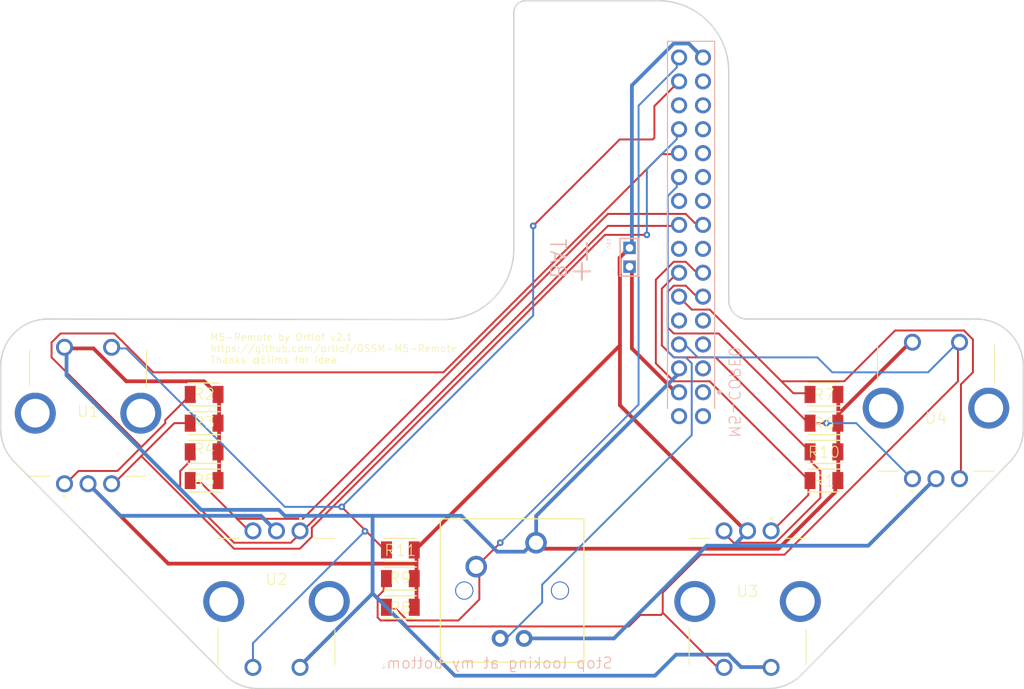
<source format=kicad_pcb>
(kicad_pcb (version 20240108) (generator "pcbnew") (generator_version "8.0")
  (layers (0 "F.Cu" signal) (31 "B.Cu" signal) (34 "B.Paste" user) (35 "F.Paste" user) (36 "B.SilkS" user "B.Silkscreen") (37 "F.SilkS" user "F.Silkscreen") (38 "B.Mask" user) (39 "F.Mask" user) (44 "Edge.Cuts" user))
  (net 0 "")
  (net 1 "N$5")
  (net 2 "N$6")
  (net 3 "N$8")
  (net 4 "N$10")
  (net 5 "N$11")
  (net 6 "N$12")
  (net 7 "N$13")
  (net 8 "N$14")
  (net 9 "+5V")
  (net 10 "N$26")
  (net 11 "N$27")
  (net 12 "N$31")
  (net 13 "NEGATIV")
  (net 14 "BAT+")
  (net 15 "N$3")
  (footprint "" (layer "F.Cu") (at 113.5011 104.9476)
    (property "Reference" "@HOLE2" (hide yes))
    (property "Value" "")
    (pad "" np_thru_hole circle (at 0 0) (size 3.3 3.3) (drill 3.3) (layers "*.Cu" "*.Mask"))
  )
  (footprint "OSSM-M5-Remote_v1:RESC3216X70" (layer "F.Cu") (at 115.8211 116.3896)
    (property "Reference" "R4" (at 0 0.401 0) (layer "F.SilkS") (effects (font (size 1.176528 1.176528) (thickness 0.093472)) (justify bottom)))
    (property "Value" "")
    (fp_line (start 1.7 -1.2217) (end -1.7 -1.2217) (stroke (width 0.127)) (layer "F.SilkS"))
    (fp_line (start 1.7 1.2217) (end -1.7 1.2217) (stroke (width 0.127)) (layer "F.SilkS"))
    (pad "1" smd rect (at -1.4754 0) (size 1.1646 1.8153) (layers "F.Cu" "F.Paste" "F.Mask") (net 3 "N$8"))
    (pad "2" smd rect (at 1.4754 0) (size 1.1646 1.8153) (layers "F.Cu" "F.Paste" "F.Mask") (net 9 "+5V"))
  )
  (footprint "OSSM-M5-Remote_v1:PEC12R4017FN0024" (layer "F.Cu") (at 101.0013 119.7812)
    (property "Reference" "U1" (at 2.499996 -7.694996 0) (layer "F.SilkS") (effects (font (size 1.176528 1.176528) (thickness 0.093472))))
    (property "Value" "PEC12R")
    (fp_line (start -3.7 -10.5) (end -3.7 -14.2) (stroke (width 0.1)) (layer "F.SilkS"))
    (fp_line (start -1.5 -0.8) (end -3.7 -0.8) (stroke (width 0.1)) (layer "F.SilkS"))
    (fp_line (start 8.7 -10.25) (end 8.7 -14.2) (stroke (width 0.1)) (layer "F.SilkS"))
    (fp_line (start 8.7 -0.8) (end 6.5 -0.8) (stroke (width 0.1)) (layer "F.SilkS"))
    (fp_arc (start -0.1 1.3) (mid -0.05 1.25) (end 0 1.3) (stroke (width 0.2)) (layer "F.SilkS"))
    (fp_arc (start 0 1.3) (mid -0.05 1.35) (end -0.1 1.3) (stroke (width 0.2)) (layer "F.SilkS"))
    (fp_arc (start 0 1.3) (mid -0.05 1.35) (end -0.1 1.3) (stroke (width 0.2)) (layer "F.SilkS"))
    (pad "A1" thru_hole circle (at 0 0) (size 1.8 1.8) (drill 1.2) (layers "*.Cu" "*.Mask") (net 1 "N$5"))
    (pad "B1" thru_hole circle (at 5 0) (size 1.8 1.8) (drill 1.2) (layers "*.Cu" "*.Mask") (net 2 "N$6"))
    (pad "C1" thru_hole circle (at 2.5 0) (size 1.8 1.8) (drill 1.2) (layers "*.Cu" "*.Mask") (net 13 "NEGATIV"))
    (pad "MH1" thru_hole circle (at -3.1 -7.5) (size 4.35 4.35) (drill 3.048) (layers "*.Cu" "*.Mask"))
    (pad "MH2" thru_hole circle (at 8.1 -7.5) (size 4.35 4.35) (drill 3.048) (layers "*.Cu" "*.Mask"))
    (pad "P$1" thru_hole circle (at 0 -14.5) (size 1.8 1.8) (drill 1.2) (layers "*.Cu" "*.Mask") (net 9 "+5V"))
    (pad "P$2" thru_hole circle (at 5 -14.5) (size 1.8 1.8) (drill 1.2) (layers "*.Cu" "*.Mask") (net 10 "N$26"))
  )
  (footprint "OSSM-M5-Remote_v1:RESC3216X70" (layer "F.Cu") (at 115.8211 110.2936)
    (property "Reference" "R2" (at 0 0.655 0) (layer "F.SilkS") (effects (font (size 1.176528 1.176528) (thickness 0.093472)) (justify bottom)))
    (property "Value" "")
    (fp_line (start 1.7 -1.2217) (end -1.7 -1.2217) (stroke (width 0.127)) (layer "F.SilkS"))
    (fp_line (start 1.7 1.2217) (end -1.7 1.2217) (stroke (width 0.127)) (layer "F.SilkS"))
    (pad "1" smd rect (at -1.4754 0) (size 1.1646 1.8153) (layers "F.Cu" "F.Paste" "F.Mask") (net 1 "N$5"))
    (pad "2" smd rect (at 1.4754 0) (size 1.1646 1.8153) (layers "F.Cu" "F.Paste" "F.Mask") (net 9 "+5V"))
  )
  (footprint "OSSM-M5-Remote_v1:RESC3216X70" (layer "F.Cu") (at 136.6491 129.8516)
    (property "Reference" "R9" (at 0 0.636 0) (layer "F.SilkS") (effects (font (size 1.176528 1.176528) (thickness 0.093472)) (justify bottom)))
    (property "Value" "")
    (fp_line (start 1.7 -1.2217) (end -1.7 -1.2217) (stroke (width 0.127)) (layer "F.SilkS"))
    (fp_line (start 1.7 1.2217) (end -1.7 1.2217) (stroke (width 0.127)) (layer "F.SilkS"))
    (pad "1" smd rect (at -1.4754 0) (size 1.1646 1.8153) (layers "F.Cu" "F.Paste" "F.Mask") (net 11 "N$27"))
    (pad "2" smd rect (at 1.4754 0) (size 1.1646 1.8153) (layers "F.Cu" "F.Paste" "F.Mask") (net 13 "NEGATIV"))
  )
  (footprint "OSSM-M5-Remote_v1:RESC3216X70" (layer "F.Cu") (at 115.8211 113.3416)
    (property "Reference" "R3" (at 0 0.655 0) (layer "F.SilkS") (effects (font (size 1.176528 1.176528) (thickness 0.093472)) (justify bottom)))
    (property "Value" "")
    (fp_line (start 1.7 -1.2217) (end -1.7 -1.2217) (stroke (width 0.127)) (layer "F.SilkS"))
    (fp_line (start 1.7 1.2217) (end -1.7 1.2217) (stroke (width 0.127)) (layer "F.SilkS"))
    (pad "1" smd rect (at -1.4754 0) (size 1.1646 1.8153) (layers "F.Cu" "F.Paste" "F.Mask") (net 2 "N$6"))
    (pad "2" smd rect (at 1.4754 0) (size 1.1646 1.8153) (layers "F.Cu" "F.Paste" "F.Mask") (net 9 "+5V"))
  )
  (footprint "OSSM-M5-Remote_v1:RESC3216X70" (layer "F.Cu") (at 181.6071 113.3416 180)
    (property "Reference" "R6" (at 0 0.655 0) (layer "F.SilkS") (effects (font (size 1.176528 1.176528) (thickness 0.093472)) (justify top)))
    (property "Value" "")
    (fp_line (start 1.7 1.2217) (end -1.7 1.2217) (stroke (width 0.127)) (layer "F.SilkS"))
    (fp_line (start 1.7 -1.2217) (end -1.7 -1.2217) (stroke (width 0.127)) (layer "F.SilkS"))
    (pad "1" smd rect (at -1.4754 0 180) (size 1.1646 1.8153) (layers "F.Cu" "F.Paste" "F.Mask") (net 9 "+5V"))
    (pad "2" smd rect (at 1.4754 0 180) (size 1.1646 1.8153) (layers "F.Cu" "F.Paste" "F.Mask") (net 5 "N$11"))
  )
  (footprint "OSSM-M5-Remote_v1:RESC3216X70" (layer "F.Cu") (at 115.8211 119.4376)
    (property "Reference" "R5" (at 0 0.655 0) (layer "F.SilkS") (effects (font (size 1.176528 1.176528) (thickness 0.093472)) (justify bottom)))
    (property "Value" "")
    (fp_line (start 1.7 -1.2217) (end -1.7 -1.2217) (stroke (width 0.127)) (layer "F.SilkS"))
    (fp_line (start 1.7 1.2217) (end -1.7 1.2217) (stroke (width 0.127)) (layer "F.SilkS"))
    (pad "1" smd rect (at -1.4754 0) (size 1.1646 1.8153) (layers "F.Cu" "F.Paste" "F.Mask") (net 4 "N$10"))
    (pad "2" smd rect (at 1.4754 0) (size 1.1646 1.8153) (layers "F.Cu" "F.Paste" "F.Mask") (net 9 "+5V"))
  )
  (footprint "OSSM-M5-Remote_v1:CHERRY-MX-LED" (layer "F.Cu") (at 148.5111 131.1216)
    (property "Reference" "U$4" (hide yes))
    (property "Value" "CHERRY-MX-LED" (hide yes))
    (fp_line (start -7.62 -7.62) (end 7.62 -7.62) (stroke (width 0.127)) (layer "F.SilkS"))
    (fp_line (start -7.62 7.62) (end -7.62 -7.62) (stroke (width 0.127)) (layer "F.SilkS"))
    (fp_line (start 7.62 -7.62) (end 7.62 7.62) (stroke (width 0.127)) (layer "F.SilkS"))
    (fp_line (start 7.62 7.62) (end -7.62 7.62) (stroke (width 0.127)) (layer "F.SilkS"))
    (pad "" np_thru_hole circle (at 0 0) (size 4.064 4.064) (drill 4.064) (layers "*.Cu" "*.Mask"))
    (pad "LED+" thru_hole circle (at -1.27 5.08) (size 1.778 1.778) (drill 1.016) (layers "*.Cu" "*.Mask") (net 15 "N$3"))
    (pad "LED-" thru_hole circle (at 1.27 5.08) (size 1.778 1.778) (drill 1.016) (layers "*.Cu" "*.Mask") (net 13 "NEGATIV"))
    (pad "P$3" thru_hole circle (at -5.08 0) (size 1.9304 1.9304) (drill 1.7144) (layers "*.Cu" "*.Mask"))
    (pad "P$4" thru_hole circle (at 5.08 0) (size 1.9304 1.9304) (drill 1.7144) (layers "*.Cu" "*.Mask"))
    (pad "SW1" thru_hole circle (at -3.81 -2.54) (size 2.286 2.286) (drill 1.524) (layers "*.Cu" "*.Mask") (net 12 "N$31"))
    (pad "SW2" thru_hole circle (at 2.54 -5.08) (size 2.286 2.286) (drill 1.524) (layers "*.Cu" "*.Mask") (net 9 "+5V"))
  )
  (footprint "OSSM-M5-Remote_v1:RESC3216X70" (layer "F.Cu") (at 136.6491 126.8036 180)
    (property "Reference" "R11" (at 0 0.636 0) (layer "F.SilkS") (effects (font (size 1.176528 1.176528) (thickness 0.093472)) (justify top)))
    (property "Value" "10k")
    (fp_line (start 1.7 1.2217) (end -1.7 1.2217) (stroke (width 0.127)) (layer "F.SilkS"))
    (fp_line (start 1.7 -1.2217) (end -1.7 -1.2217) (stroke (width 0.127)) (layer "F.SilkS"))
    (pad "1" smd rect (at -1.4754 0 180) (size 1.1646 1.8153) (layers "F.Cu" "F.Paste" "F.Mask") (net 13 "NEGATIV"))
    (pad "2" smd rect (at 1.4754 0 180) (size 1.1646 1.8153) (layers "F.Cu" "F.Paste" "F.Mask") (net 10 "N$26"))
  )
  (footprint "" (layer "F.Cu") (at 183.5011 104.9476)
    (property "Reference" "@HOLE3" (hide yes))
    (property "Value" "")
    (pad "" np_thru_hole circle (at 0 0) (size 3.3 3.3) (drill 3.3) (layers "*.Cu" "*.Mask"))
  )
  (footprint "OSSM-M5-Remote_v1:PEC12R4017FN0024" (layer "F.Cu") (at 191.0009 119.2446)
    (property "Reference" "U4" (at 2.5 -6.425 0) (layer "F.SilkS") (effects (font (size 1.176528 1.176528) (thickness 0.093472))))
    (property "Value" "PEC12R")
    (fp_line (start -3.7 -10.5) (end -3.7 -14.2) (stroke (width 0.1)) (layer "F.SilkS"))
    (fp_line (start -1.5 -0.8) (end -3.7 -0.8) (stroke (width 0.1)) (layer "F.SilkS"))
    (fp_line (start 8.7 -10.25) (end 8.7 -14.2) (stroke (width 0.1)) (layer "F.SilkS"))
    (fp_line (start 8.7 -0.8) (end 6.5 -0.8) (stroke (width 0.1)) (layer "F.SilkS"))
    (fp_arc (start -0.1 1.3) (mid -0.05 1.25) (end 0 1.3) (stroke (width 0.2)) (layer "F.SilkS"))
    (fp_arc (start 0 1.3) (mid -0.05 1.35) (end -0.1 1.3) (stroke (width 0.2)) (layer "F.SilkS"))
    (fp_arc (start 0 1.3) (mid -0.05 1.35) (end -0.1 1.3) (stroke (width 0.2)) (layer "F.SilkS"))
    (pad "A1" thru_hole circle (at 0 0) (size 1.8 1.8) (drill 1.2) (layers "*.Cu" "*.Mask") (net 5 "N$11"))
    (pad "B1" thru_hole circle (at 5 0) (size 1.8 1.8) (drill 1.2) (layers "*.Cu" "*.Mask") (net 6 "N$12"))
    (pad "C1" thru_hole circle (at 2.5 0) (size 1.8 1.8) (drill 1.2) (layers "*.Cu" "*.Mask") (net 13 "NEGATIV"))
    (pad "MH1" thru_hole circle (at -3.1 -7.5) (size 4.35 4.35) (drill 3.048) (layers "*.Cu" "*.Mask"))
    (pad "MH2" thru_hole circle (at 8.1 -7.5) (size 4.35 4.35) (drill 3.048) (layers "*.Cu" "*.Mask"))
    (pad "P$1" thru_hole circle (at 0 -14.5) (size 1.8 1.8) (drill 1.2) (layers "*.Cu" "*.Mask") (net 9 "+5V"))
    (pad "P$2" thru_hole circle (at 5 -14.5) (size 1.8 1.8) (drill 1.2) (layers "*.Cu" "*.Mask") (net 11 "N$27"))
  )
  (footprint "OSSM-M5-Remote_v1:PEC12R4017FN0024" (layer "F.Cu") (at 176.0009 124.7816 180)
    (property "Reference" "U3" (at 2.5 -6.425 0) (layer "F.SilkS") (effects (font (size 1.176528 1.176528) (thickness 0.093472))))
    (property "Value" "PEC12R")
    (fp_line (start 8.7 -0.8) (end 6.5 -0.8) (stroke (width 0.1)) (layer "F.SilkS"))
    (fp_line (start 8.7 -10.25) (end 8.7 -14.2) (stroke (width 0.1)) (layer "F.SilkS"))
    (fp_line (start -1.5 -0.8) (end -3.7 -0.8) (stroke (width 0.1)) (layer "F.SilkS"))
    (fp_line (start -3.7 -10.5) (end -3.7 -14.2) (stroke (width 0.1)) (layer "F.SilkS"))
    (fp_arc (start 0 1.3) (mid -0.05 1.35) (end -0.1 1.3) (stroke (width 0.2)) (layer "F.SilkS"))
    (fp_arc (start 0 1.3) (mid -0.05 1.35) (end -0.1 1.3) (stroke (width 0.2)) (layer "F.SilkS"))
    (fp_arc (start -0.1 1.3) (mid -0.05 1.25) (end 0 1.3) (stroke (width 0.2)) (layer "F.SilkS"))
    (pad "A1" thru_hole circle (at 0 0 180) (size 1.8 1.8) (drill 1.2) (layers "*.Cu" "*.Mask") (net 7 "N$13"))
    (pad "B1" thru_hole circle (at 5 0 180) (size 1.8 1.8) (drill 1.2) (layers "*.Cu" "*.Mask") (net 8 "N$14"))
    (pad "C1" thru_hole circle (at 2.5 0 180) (size 1.8 1.8) (drill 1.2) (layers "*.Cu" "*.Mask") (net 13 "NEGATIV"))
    (pad "MH1" thru_hole circle (at -3.1 -7.5 180) (size 4.35 4.35) (drill 3.048) (layers "*.Cu" "*.Mask"))
    (pad "MH2" thru_hole circle (at 8.1 -7.5 180) (size 4.35 4.35) (drill 3.048) (layers "*.Cu" "*.Mask"))
    (pad "P$1" thru_hole circle (at 0 -14.5 180) (size 1.8 1.8) (drill 1.2) (layers "*.Cu" "*.Mask") (net 9 "+5V"))
    (pad "P$2" thru_hole circle (at 5 -14.5 180) (size 1.8 1.8) (drill 1.2) (layers "*.Cu" "*.Mask") (net 11 "N$27"))
  )
  (footprint "OSSM-M5-Remote_v1:RESC3216X70" (layer "F.Cu") (at 136.6491 132.8996)
    (property "Reference" "R8" (at 0 -0.634 0) (layer "F.SilkS") (effects (font (size 1.176528 1.176528) (thickness 0.093472)) (justify top)))
    (property "Value" "")
    (fp_line (start 1.7 -1.2217) (end -1.7 -1.2217) (stroke (width 0.127)) (layer "F.SilkS"))
    (fp_line (start 1.7 1.2217) (end -1.7 1.2217) (stroke (width 0.127)) (layer "F.SilkS"))
    (pad "1" smd rect (at -1.4754 0) (size 1.1646 1.8153) (layers "F.Cu" "F.Paste" "F.Mask") (net 12 "N$31"))
    (pad "2" smd rect (at 1.4754 0) (size 1.1646 1.8153) (layers "F.Cu" "F.Paste" "F.Mask") (net 13 "NEGATIV"))
  )
  (footprint "OSSM-M5-Remote_v1:RESC3216X70" (layer "F.Cu") (at 181.6071 116.3896 180)
    (property "Reference" "R10" (at 0 0.655 0) (layer "F.SilkS") (effects (font (size 1.176528 1.176528) (thickness 0.093472)) (justify top)))
    (property "Value" "")
    (fp_line (start 1.7 1.2217) (end -1.7 1.2217) (stroke (width 0.127)) (layer "F.SilkS"))
    (fp_line (start 1.7 -1.2217) (end -1.7 -1.2217) (stroke (width 0.127)) (layer "F.SilkS"))
    (pad "1" smd rect (at -1.4754 0 180) (size 1.1646 1.8153) (layers "F.Cu" "F.Paste" "F.Mask") (net 9 "+5V"))
    (pad "2" smd rect (at 1.4754 0 180) (size 1.1646 1.8153) (layers "F.Cu" "F.Paste" "F.Mask") (net 8 "N$14"))
  )
  (footprint "OSSM-M5-Remote_v1:PEC12R4017FN0024" (layer "F.Cu") (at 126.0011 124.7814 180)
    (property "Reference" "U2" (at 2.5 -5.155 0) (layer "F.SilkS") (effects (font (size 1.176528 1.176528) (thickness 0.093472))))
    (property "Value" "PEC12R")
    (fp_line (start 8.7 -0.8) (end 6.5 -0.8) (stroke (width 0.1)) (layer "F.SilkS"))
    (fp_line (start 8.7 -10.25) (end 8.7 -14.2) (stroke (width 0.1)) (layer "F.SilkS"))
    (fp_line (start -1.5 -0.8) (end -3.7 -0.8) (stroke (width 0.1)) (layer "F.SilkS"))
    (fp_line (start -3.7 -10.5) (end -3.7 -14.2) (stroke (width 0.1)) (layer "F.SilkS"))
    (fp_arc (start 0 1.3) (mid -0.05 1.35) (end -0.1 1.3) (stroke (width 0.2)) (layer "F.SilkS"))
    (fp_arc (start 0 1.3) (mid -0.05 1.35) (end -0.1 1.3) (stroke (width 0.2)) (layer "F.SilkS"))
    (fp_arc (start -0.1 1.3) (mid -0.05 1.25) (end 0 1.3) (stroke (width 0.2)) (layer "F.SilkS"))
    (pad "A1" thru_hole circle (at 0 0 180) (size 1.8 1.8) (drill 1.2) (layers "*.Cu" "*.Mask") (net 3 "N$8"))
    (pad "B1" thru_hole circle (at 5 0 180) (size 1.8 1.8) (drill 1.2) (layers "*.Cu" "*.Mask") (net 4 "N$10"))
    (pad "C1" thru_hole circle (at 2.5 0 180) (size 1.8 1.8) (drill 1.2) (layers "*.Cu" "*.Mask") (net 13 "NEGATIV"))
    (pad "MH1" thru_hole circle (at -3.1 -7.5 180) (size 4.35 4.35) (drill 3.048) (layers "*.Cu" "*.Mask"))
    (pad "MH2" thru_hole circle (at 8.1 -7.5 180) (size 4.35 4.35) (drill 3.048) (layers "*.Cu" "*.Mask"))
    (pad "P$1" thru_hole circle (at 0 -14.5 180) (size 1.8 1.8) (drill 1.2) (layers "*.Cu" "*.Mask") (net 9 "+5V"))
    (pad "P$2" thru_hole circle (at 5 -14.5 180) (size 1.8 1.8) (drill 1.2) (layers "*.Cu" "*.Mask") (net 10 "N$26"))
  )
  (footprint "" (layer "F.Cu") (at 162.5011 137.2816)
    (property "Reference" "@HOLE1" (hide yes))
    (property "Value" "")
    (pad "" np_thru_hole circle (at 0 0) (size 3.3 3.3) (drill 3.3) (layers "*.Cu" "*.Mask"))
  )
  (footprint "" (layer "F.Cu") (at 134.5011 137.2816)
    (property "Reference" "@HOLE0" (hide yes))
    (property "Value" "")
    (pad "" np_thru_hole circle (at 0 0) (size 3.3 3.3) (drill 3.3) (layers "*.Cu" "*.Mask"))
  )
  (footprint "OSSM-M5-Remote_v1:RESC3216X70" (layer "F.Cu") (at 181.6071 119.4376 180)
    (property "Reference" "R1" (at 0 0.655 0) (layer "F.SilkS") (effects (font (size 1.176528 1.176528) (thickness 0.093472)) (justify top)))
    (property "Value" "")
    (fp_line (start 1.7 1.2217) (end -1.7 1.2217) (stroke (width 0.127)) (layer "F.SilkS"))
    (fp_line (start 1.7 -1.2217) (end -1.7 -1.2217) (stroke (width 0.127)) (layer "F.SilkS"))
    (pad "1" smd rect (at -1.4754 0 180) (size 1.1646 1.8153) (layers "F.Cu" "F.Paste" "F.Mask") (net 9 "+5V"))
    (pad "2" smd rect (at 1.4754 0 180) (size 1.1646 1.8153) (layers "F.Cu" "F.Paste" "F.Mask") (net 7 "N$13"))
  )
  (footprint "OSSM-M5-Remote_v1:RESC3216X70" (layer "F.Cu") (at 181.6071 110.2936 180)
    (property "Reference" "R7" (at 0 0.655 0) (layer "F.SilkS") (effects (font (size 1.176528 1.176528) (thickness 0.093472)) (justify top)))
    (property "Value" "")
    (fp_line (start 1.7 1.2217) (end -1.7 1.2217) (stroke (width 0.127)) (layer "F.SilkS"))
    (fp_line (start 1.7 -1.2217) (end -1.7 -1.2217) (stroke (width 0.127)) (layer "F.SilkS"))
    (pad "1" smd rect (at -1.4754 0 180) (size 1.1646 1.8153) (layers "F.Cu" "F.Paste" "F.Mask") (net 9 "+5V"))
    (pad "2" smd rect (at 1.4754 0 180) (size 1.1646 1.8153) (layers "F.Cu" "F.Paste" "F.Mask") (net 6 "N$12"))
  )
  (footprint "OSSM-M5-Remote_v1:M5_CORE2" (layer "B.Cu") (at 168.7711 110.0616 90)
    (property "Reference" "M5-CORE0" (at 0 2.619 -90) (layer "B.SilkS") (effects (font (size 1.176528 1.176528) (thickness 0.093472)) (justify bottom mirror)))
    (property "Value" "M5_CORE2")
    (fp_line (start 37.28 -3.77) (end 37.28 1.23) (stroke (width 0.12)) (layer "B.SilkS"))
    (fp_line (start -1.72 -3.77) (end 37.28 -3.77) (stroke (width 0.12)) (layer "B.SilkS"))
    (fp_line (start 37.28 1.23) (end -1.72 1.23) (stroke (width 0.12)) (layer "B.SilkS"))
    (fp_circle (center 0 1.734) (end 0.125 1.734) (stroke (width 0.25)) (fill solid) (layer "B.SilkS"))
    (pad "0" thru_hole circle (at -2.54 0 90) (size 1.7051 1.7051) (drill 1.1051) (layers "*.Cu" "*.Mask"))
    (pad "1" thru_hole circle (at 0 0 90) (size 1.7051 1.7051) (drill 1.1051) (layers "*.Cu" "*.Mask"))
    (pad "2" thru_hole circle (at 2.54 0 90) (size 1.7051 1.7051) (drill 1.1051) (layers "*.Cu" "*.Mask"))
    (pad "3" thru_hole circle (at 5.08 0 90) (size 1.7051 1.7051) (drill 1.1051) (layers "*.Cu" "*.Mask"))
    (pad "4" thru_hole circle (at 7.62 0 90) (size 1.7051 1.7051) (drill 1.1051) (layers "*.Cu" "*.Mask"))
    (pad "5" thru_hole circle (at 10.16 0 90) (size 1.7051 1.7051) (drill 1.1051) (layers "*.Cu" "*.Mask") (net 5 "N$11"))
    (pad "6" thru_hole circle (at 12.7 0 90) (size 1.7051 1.7051) (drill 1.1051) (layers "*.Cu" "*.Mask") (net 7 "N$13"))
    (pad "7" thru_hole circle (at 15.24 0 90) (size 1.7051 1.7051) (drill 1.1051) (layers "*.Cu" "*.Mask"))
    (pad "8" thru_hole circle (at 17.78 0 90) (size 1.7051 1.7051) (drill 1.1051) (layers "*.Cu" "*.Mask") (net 4 "N$10"))
    (pad "9" thru_hole circle (at 20.32 0 90) (size 1.7051 1.7051) (drill 1.1051) (layers "*.Cu" "*.Mask"))
    (pad "10" thru_hole circle (at 22.86 0 90) (size 1.7051 1.7051) (drill 1.1051) (layers "*.Cu" "*.Mask"))
    (pad "11" thru_hole circle (at 25.4 0 90) (size 1.7051 1.7051) (drill 1.1051) (layers "*.Cu" "*.Mask"))
    (pad "12" thru_hole circle (at 27.94 0 90) (size 1.7051 1.7051) (drill 1.1051) (layers "*.Cu" "*.Mask"))
    (pad "13" thru_hole circle (at 30.48 0 90) (size 1.7051 1.7051) (drill 1.1051) (layers "*.Cu" "*.Mask"))
    (pad "14" thru_hole circle (at 33.02 0 90) (size 1.7051 1.7051) (drill 1.1051) (layers "*.Cu" "*.Mask"))
    (pad "15" thru_hole circle (at 35.56 0 90) (size 1.7051 1.7051) (drill 1.1051) (layers "*.Cu" "*.Mask") (net 13 "NEGATIV"))
    (pad "16" thru_hole circle (at 35.56 -2.54 90) (size 1.7051 1.7051) (drill 1.1051) (layers "*.Cu" "*.Mask") (net 12 "N$31"))
    (pad "17" thru_hole circle (at 33.02 -2.54 90) (size 1.7051 1.7051) (drill 1.1051) (layers "*.Cu" "*.Mask") (net 10 "N$26"))
    (pad "18" thru_hole circle (at 30.48 -2.54 90) (size 1.7051 1.7051) (drill 1.1051) (layers "*.Cu" "*.Mask"))
    (pad "19" thru_hole circle (at 27.94 -2.54 90) (size 1.7051 1.7051) (drill 1.1051) (layers "*.Cu" "*.Mask") (net 2 "N$6"))
    (pad "20" thru_hole circle (at 25.4 -2.54 90) (size 1.7051 1.7051) (drill 1.1051) (layers "*.Cu" "*.Mask") (net 1 "N$5"))
    (pad "21" thru_hole circle (at 22.86 -2.54 90) (size 1.7051 1.7051) (drill 1.1051) (layers "*.Cu" "*.Mask") (net 15 "N$3"))
    (pad "22" thru_hole circle (at 20.32 -2.54 90) (size 1.7051 1.7051) (drill 1.1051) (layers "*.Cu" "*.Mask"))
    (pad "23" thru_hole circle (at 17.78 -2.54 90) (size 1.7051 1.7051) (drill 1.1051) (layers "*.Cu" "*.Mask") (net 3 "N$8"))
    (pad "24" thru_hole circle (at 15.24 -2.54 90) (size 1.7051 1.7051) (drill 1.1051) (layers "*.Cu" "*.Mask"))
    (pad "25" thru_hole circle (at 12.7 -2.54 90) (size 1.7051 1.7051) (drill 1.1051) (layers "*.Cu" "*.Mask") (net 8 "N$14"))
    (pad "26" thru_hole circle (at 10.16 -2.54 90) (size 1.7051 1.7051) (drill 1.1051) (layers "*.Cu" "*.Mask") (net 6 "N$12"))
    (pad "27" thru_hole circle (at 7.62 -2.54 90) (size 1.7051 1.7051) (drill 1.1051) (layers "*.Cu" "*.Mask"))
    (pad "28" thru_hole circle (at 5.08 -2.54 90) (size 1.7051 1.7051) (drill 1.1051) (layers "*.Cu" "*.Mask") (net 11 "N$27"))
    (pad "29" thru_hole circle (at 2.54 -2.54 90) (size 1.7051 1.7051) (drill 1.1051) (layers "*.Cu" "*.Mask") (net 9 "+5V"))
    (pad "30" thru_hole circle (at 0 -2.54 90) (size 1.7051 1.7051) (drill 1.1051) (layers "*.Cu" "*.Mask") (net 14 "BAT+"))
    (pad "31" thru_hole circle (at -2.54 -2.54 90) (size 1.7051 1.7051) (drill 1.1051) (layers "*.Cu" "*.Mask"))
  )
  (footprint "OSSM-M5-Remote_v1:JST-PH-2.0MM_180DEGREES" (layer "B.Cu") (at 160.9733 94.7238 -90)
    (property "Reference" "U$3" (at -1 2 -90) (layer "B.SilkS") (effects (font (size 0.376489 0.376489) (thickness 0.029911)) (justify right top mirror)))
    (property "Value" "JST-PH-2MM,180" (hide yes))
    (fp_line (start -1 1) (end -1 -1) (stroke (width 0.1524)) (layer "B.SilkS"))
    (fp_line (start 3 1) (end -1 1) (stroke (width 0.1524)) (layer "B.SilkS"))
    (fp_line (start -1 -1) (end 3 -1) (stroke (width 0.1524)) (layer "B.SilkS"))
    (fp_line (start 3 -1) (end 3 1) (stroke (width 0.1524)) (layer "B.SilkS"))
    (pad "P$1" thru_hole rect (at 0 0 270) (size 1.308 1.308) (drill 0.8) (layers "*.Cu" "*.Mask") (net 13 "NEGATIV"))
    (pad "P$2" thru_hole rect (at 2 0 270) (size 1.308 1.308) (drill 0.8) (layers "*.Cu" "*.Mask") (net 14 "BAT+"))
  )
  (gr_arc (start 197.7711 102.2816) (mid 201.306634 103.746066) (end 202.7711 107.2816) (stroke (width 0.1524)) (layer "Edge.Cuts"))
  (gr_line (start 121.572168 141.5356) (end 175.684031 141.5356) (stroke (width 0.1524)) (layer "Edge.Cuts"))
  (gr_arc (start 94.2311 107.2816) (mid 95.695566 103.746066) (end 99.2311 102.2816) (stroke (width 0.1524)) (layer "Edge.Cuts"))
  (gr_line (start 94.2311 107.2816) (end 94.2311 113.940532) (stroke (width 0.1524)) (layer "Edge.Cuts"))
  (gr_arc (start 148.6911 69.7416) (mid 149.063074 68.843574) (end 149.9611 68.4716) (stroke (width 0.1524)) (layer "Edge.Cuts"))
  (gr_arc (start 95.695568 117.476068) (mid 94.611703 115.85395) (end 94.2311 113.940532) (stroke (width 0.1524)) (layer "Edge.Cuts"))
  (gr_line (start 171.5011 100.2816) (end 171.5011 75.9716) (stroke (width 0.1524)) (layer "Edge.Cuts"))
  (gr_arc (start 179.219567 140.071132) (mid 177.597449 141.154997) (end 175.684031 141.5356) (stroke (width 0.1524)) (layer "Edge.Cuts"))
  (gr_line (start 148.6911 69.7416) (end 148.6911 94.838379) (stroke (width 0.1524)) (layer "Edge.Cuts"))
  (gr_arc (start 121.572168 141.5356) (mid 119.658749 141.154997) (end 118.036631 140.071132) (stroke (width 0.1524)) (layer "Edge.Cuts"))
  (gr_arc (start 202.7711 113.940532) (mid 202.390496 115.853951) (end 201.306631 117.476069) (stroke (width 0.1524)) (layer "Edge.Cuts"))
  (gr_arc (start 164.0011 68.4716) (mid 169.304401 70.668299) (end 171.5011 75.9716) (stroke (width 0.1524)) (layer "Edge.Cuts"))
  (gr_line (start 164.0011 68.4716) (end 149.9611 68.4716) (stroke (width 0.1524)) (layer "Edge.Cuts"))
  (gr_arc (start 173.5011 102.2816) (mid 172.086886 101.695814) (end 171.5011 100.2816) (stroke (width 0.1524)) (layer "Edge.Cuts"))
  (gr_line (start 95.695568 117.476069) (end 118.036631 140.071132) (stroke (width 0.1524)) (layer "Edge.Cuts"))
  (gr_line (start 141.18095 102.338372) (end 99.2311 102.2816) (stroke (width 0.1524)) (layer "Edge.Cuts"))
  (gr_arc (start 148.6911 94.838379) (mid 146.490811 100.145267) (end 141.18095 102.338372) (stroke (width 0.1524)) (layer "Edge.Cuts"))
  (gr_line (start 202.7711 113.940532) (end 202.7711 107.2816) (stroke (width 0.1524)) (layer "Edge.Cuts"))
  (gr_line (start 179.219568 140.071132) (end 201.306631 117.476069) (stroke (width 0.1524)) (layer "Edge.Cuts"))
  (gr_line (start 197.7711 102.2816) (end 173.5011 102.2816) (stroke (width 0.1524)) (layer "Edge.Cuts"))
  (gr_text "" (at 154.6831 84.6396 0) (layer "F.Cu") (effects (font (size 1.63576 1.63576) (thickness 0.14224)) (justify left bottom)))
  (gr_text "-" (at 157.999437 93.5296 -90) (layer "B.SilkS") (effects (font (size 2.3368 2.3368) (thickness 0.2032)) (justify right top mirror)))
  (gr_text "BAT" (at 152.3971 98.1016 -90) (layer "B.SilkS") (effects (font (size 1.63576 1.63576) (thickness 0.14224)) (justify left bottom mirror)))
  (gr_text "+" (at 157.491437 98.409782 0) (layer "B.SilkS") (effects (font (size 2.3368 2.3368) (thickness 0.2032)) (justify left bottom mirror)))
  (gr_text "Stop looking at my bottom!" (at 159.2551 139.5036 0) (layer "B.SilkS") (effects (font (size 1.1684 1.1684) (thickness 0.1016)) (justify left bottom mirror)))
  (gr_text "" (at 151.933831 77.5276 0) (layer "F.SilkS") (effects (font (size 5.870956 5.870956) (thickness 0.580644)) (justify left)))
  (gr_text "M5-Remote by Ortlof v2.1\nhttps://github.com/ortlof/OSSM-M5-Remote\nThanks @Elims for Idea" (at 116.438031 105.413738 0) (layer "F.SilkS") (effects (font (size 0.747776 0.747776) (thickness 0.065024)) (justify left)))
  (segment (start 102.4861 118.4216) (end 106.6136 118.4216) (width 0.2032) (layer "F.Cu") (net 1))
  (segment (start 111.6936 113.3416) (end 111.6936 113.0241) (width 0.2032) (layer "F.Cu") (net 1))
  (segment (start 100.5811 103.8166) (end 106.2961 103.8166) (width 0.2032) (layer "F.Cu") (net 1))
  (segment (start 106.6136 118.4216) (end 109.1536 115.8816) (width 0.2032) (layer "F.Cu") (net 1))
  (segment (start 165.9861 84.7666) (end 166.2311 84.6616) (width 0.2032) (layer "F.Cu") (net 1))
  (segment (start 114.2336 110.4841) (end 114.3457 110.2936) (width 0.2032) (layer "F.Cu") (net 1))
  (segment (start 101.2161 119.6916) (end 102.4861 118.4216) (width 0.2032) (layer "F.Cu") (net 1))
  (segment (start 109.1536 115.8816) (end 111.6936 113.3416) (width 0.2032) (layer "F.Cu") (net 1))
  (segment (start 110.4236 107.9441) (end 141.2211 107.9441) (width 0.2032) (layer "F.Cu") (net 1))
  (segment (start 109.1536 115.8816) (end 99.6286 106.3566) (width 0.2032) (layer "F.Cu") (net 1))
  (segment (start 101.2161 119.6916) (end 101.0013 119.7812) (width 0.2032) (layer "F.Cu") (net 1))
  (segment (start 106.2961 103.8166) (end 110.4236 107.9441) (width 0.2032) (layer "F.Cu") (net 1))
  (segment (start 164.3986 84.7666) (end 165.9861 84.7666) (width 0.2032) (layer "F.Cu") (net 1))
  (segment (start 111.6936 113.0241) (end 114.2336 110.4841) (width 0.2032) (layer "F.Cu") (net 1))
  (segment (start 141.2211 107.9441) (end 164.3986 84.7666) (width 0.2032) (layer "F.Cu") (net 1))
  (segment (start 99.6286 106.3566) (end 99.6286 104.7691) (width 0.2032) (layer "F.Cu") (net 1))
  (segment (start 99.6286 104.7691) (end 100.5811 103.8166) (width 0.2032) (layer "F.Cu") (net 1))
  (segment (start 109.1536 116.8341) (end 112.6461 113.3416) (width 0.2032) (layer "F.Cu") (net 2))
  (segment (start 118.9961 126.6766) (end 125.9811 126.6766) (width 0.2032) (layer "F.Cu") (net 2))
  (segment (start 106.2961 119.6916) (end 106.0013 119.7812) (width 0.2032) (layer "F.Cu") (net 2))
  (segment (start 127.2511 125.4066) (end 127.2511 124.4541) (width 0.2032) (layer "F.Cu") (net 2))
  (segment (start 158.3661 93.3391) (end 162.8111 93.3391) (width 0.2032) (layer "F.Cu") (net 2))
  (segment (start 127.2511 124.4541) (end 158.3661 93.3391) (width 0.2032) (layer "F.Cu") (net 2))
  (segment (start 109.1536 116.8341) (end 118.9961 126.6766) (width 0.2032) (layer "F.Cu") (net 2))
  (segment (start 106.2961 119.6916) (end 109.1536 116.8341) (width 0.2032) (layer "F.Cu") (net 2))
  (segment (start 125.9811 126.6766) (end 127.2511 125.4066) (width 0.2032) (layer "F.Cu") (net 2))
  (segment (start 112.6461 113.3416) (end 114.3457 113.3416) (width 0.2032) (layer "F.Cu") (net 2))
  (via (at 162.8111 93.3391) (size 0.7064) (drill 0.3) (layers "F.Cu" "B.Cu") (net 2))
  (segment (start 165.9861 82.2266) (end 166.2311 82.1216) (width 0.2032) (layer "B.Cu") (net 2))
  (segment (start 165.9861 83.1791) (end 165.9861 82.2266) (width 0.2032) (layer "B.Cu") (net 2))
  (segment (start 162.8111 86.3541) (end 165.9861 83.1791) (width 0.2032) (layer "B.Cu") (net 2))
  (segment (start 162.8111 93.3391) (end 162.8111 86.3541) (width 0.2032) (layer "B.Cu") (net 2))
  (segment (start 118.9961 126.0416) (end 113.2811 120.3266) (width 0.2032) (layer "F.Cu") (net 3))
  (segment (start 165.9861 92.3866) (end 166.2311 92.2816) (width 0.2032) (layer "F.Cu") (net 3))
  (segment (start 158.6836 92.3866) (end 165.9861 92.3866) (width 0.2032) (layer "F.Cu") (net 3))
  (segment (start 125.9811 125.0891) (end 126.0011 124.7814) (width 0.2032) (layer "F.Cu") (net 3))
  (segment (start 125.9811 125.0891) (end 125.0286 126.0416) (width 0.2032) (layer "F.Cu") (net 3))
  (segment (start 126.0011 124.7814) (end 126.2986 124.7716) (width 0.2032) (layer "F.Cu") (net 3))
  (segment (start 113.2811 120.3266) (end 113.2811 118.4216) (width 0.2032) (layer "F.Cu") (net 3))
  (segment (start 113.2811 118.4216) (end 114.2336 117.4691) (width 0.2032) (layer "F.Cu") (net 3))
  (segment (start 126.2986 124.7716) (end 158.6836 92.3866) (width 0.2032) (layer "F.Cu") (net 3))
  (segment (start 114.2336 117.4691) (end 114.2336 116.5166) (width 0.2032) (layer "F.Cu") (net 3))
  (segment (start 125.0286 126.0416) (end 118.9961 126.0416) (width 0.2032) (layer "F.Cu") (net 3))
  (segment (start 114.2336 116.5166) (end 114.3457 116.3896) (width 0.2032) (layer "F.Cu") (net 3))
  (segment (start 119.3136 123.5016) (end 115.5036 119.6916) (width 0.2032) (layer "F.Cu") (net 4))
  (segment (start 120.9011 125.0891) (end 119.3136 123.5016) (width 0.2032) (layer "F.Cu") (net 4))
  (segment (start 119.3136 123.5016) (end 126.2986 123.5016) (width 0.2032) (layer "F.Cu") (net 4))
  (segment (start 120.9011 125.0891) (end 121.0011 124.7814) (width 0.2032) (layer "F.Cu") (net 4))
  (segment (start 158.6836 91.1166) (end 166.9386 91.1166) (width 0.2032) (layer "F.Cu") (net 4))
  (segment (start 168.5261 92.0691) (end 168.7711 92.2816) (width 0.2032) (layer "F.Cu") (net 4))
  (segment (start 126.2986 123.5016) (end 158.6836 91.1166) (width 0.2032) (layer "F.Cu") (net 4))
  (segment (start 115.5036 119.6916) (end 114.5511 119.6916) (width 0.2032) (layer "F.Cu") (net 4))
  (segment (start 167.8911 92.0691) (end 168.5261 92.0691) (width 0.2032) (layer "F.Cu") (net 4))
  (segment (start 166.9386 91.1166) (end 167.8911 92.0691) (width 0.2032) (layer "F.Cu") (net 4))
  (segment (start 114.5511 119.6916) (end 114.3457 119.4376) (width 0.2032) (layer "F.Cu") (net 4))
  (segment (start 181.8611 113.3416) (end 180.1317 113.3416) (width 0.2032) (layer "F.Cu") (net 5))
  (segment (start 165.0336 99.3716) (end 165.6686 98.7366) (width 0.2032) (layer "F.Cu") (net 5))
  (segment (start 166.9386 98.7366) (end 167.8911 99.6891) (width 0.2032) (layer "F.Cu") (net 5))
  (segment (start 170.4311 103.8166) (end 165.6686 103.8166) (width 0.2032) (layer "F.Cu") (net 5))
  (segment (start 165.6686 98.7366) (end 166.9386 98.7366) (width 0.2032) (layer "F.Cu") (net 5))
  (segment (start 165.6686 103.8166) (end 165.0336 103.1816) (width 0.2032) (layer "F.Cu") (net 5))
  (segment (start 165.0336 103.1816) (end 165.0336 99.3716) (width 0.2032) (layer "F.Cu") (net 5))
  (segment (start 179.9561 113.3416) (end 180.1317 113.3416) (width 0.2032) (layer "F.Cu") (net 5))
  (segment (start 167.8911 99.6891) (end 168.5261 99.6891) (width 0.2032) (layer "F.Cu") (net 5))
  (segment (start 168.5261 99.6891) (end 168.7711 99.9016) (width 0.2032) (layer "F.Cu") (net 5))
  (segment (start 179.9561 113.3416) (end 170.4311 103.8166) (width 0.2032) (layer "F.Cu") (net 5))
  (via (at 181.8611 113.3416) (size 0.7064) (drill 0.3) (layers "F.Cu" "B.Cu") (net 5))
  (segment (start 185.0361 113.3416) (end 181.8611 113.3416) (width 0.2032) (layer "B.Cu") (net 5))
  (segment (start 190.7511 119.0566) (end 185.0361 113.3416) (width 0.2032) (layer "B.Cu") (net 5))
  (segment (start 190.7511 119.0566) (end 191.0009 119.2446) (width 0.2032) (layer "B.Cu") (net 5))
  (segment (start 197.4186 107.9441) (end 196.1486 109.2141) (width 0.2032) (layer "F.Cu") (net 6))
  (segment (start 189.1636 103.4991) (end 196.4661 103.4991) (width 0.2032) (layer "F.Cu") (net 6))
  (segment (start 177.0986 108.8966) (end 183.7661 108.8966) (width 0.2032) (layer "F.Cu") (net 6))
  (segment (start 196.4661 103.4991) (end 197.4186 104.4516) (width 0.2032) (layer "F.Cu") (net 6))
  (segment (start 196.1486 109.2141) (end 196.1486 119.0566) (width 0.2032) (layer "F.Cu") (net 6))
  (segment (start 178.3686 110.1666) (end 179.9561 110.1666) (width 0.2032) (layer "F.Cu") (net 6))
  (segment (start 166.3036 100.0066) (end 167.5736 101.2766) (width 0.2032) (layer "F.Cu") (net 6))
  (segment (start 197.4186 104.4516) (end 197.4186 107.9441) (width 0.2032) (layer "F.Cu") (net 6))
  (segment (start 179.9561 110.1666) (end 180.1317 110.2936) (width 0.2032) (layer "F.Cu") (net 6))
  (segment (start 183.7661 108.8966) (end 189.1636 103.4991) (width 0.2032) (layer "F.Cu") (net 6))
  (segment (start 169.4786 101.2766) (end 177.0986 108.8966) (width 0.2032) (layer "F.Cu") (net 6))
  (segment (start 196.1486 119.0566) (end 196.0009 119.2446) (width 0.2032) (layer "F.Cu") (net 6))
  (segment (start 166.3036 100.0066) (end 166.2311 99.9016) (width 0.2032) (layer "F.Cu") (net 6))
  (segment (start 177.0986 108.8966) (end 178.3686 110.1666) (width 0.2032) (layer "F.Cu") (net 6))
  (segment (start 167.5736 101.2766) (end 169.4786 101.2766) (width 0.2032) (layer "F.Cu") (net 6))
  (segment (start 168.5261 97.1491) (end 168.7711 97.3616) (width 0.2032) (layer "F.Cu") (net 7))
  (segment (start 176.1461 124.7716) (end 176.0009 124.7816) (width 0.2032) (layer "F.Cu") (net 7))
  (segment (start 179.9561 119.3741) (end 180.1317 119.4376) (width 0.2032) (layer "F.Cu") (net 7))
  (segment (start 163.7636 98.1016) (end 165.6686 96.1966) (width 0.2032) (layer "F.Cu") (net 7))
  (segment (start 176.1461 124.7716) (end 179.9561 120.9616) (width 0.2032) (layer "F.Cu") (net 7))
  (segment (start 163.7636 106.9916) (end 163.7636 98.1016) (width 0.2032) (layer "F.Cu") (net 7))
  (segment (start 179.9561 120.9616) (end 179.9561 119.6916) (width 0.2032) (layer "F.Cu") (net 7))
  (segment (start 165.6686 96.1966) (end 166.9386 96.1966) (width 0.2032) (layer "F.Cu") (net 7))
  (segment (start 169.4786 108.8966) (end 165.6686 108.8966) (width 0.2032) (layer "F.Cu") (net 7))
  (segment (start 179.9561 119.6916) (end 180.1317 119.4376) (width 0.2032) (layer "F.Cu") (net 7))
  (segment (start 165.6686 108.8966) (end 163.7636 106.9916) (width 0.2032) (layer "F.Cu") (net 7))
  (segment (start 179.9561 119.3741) (end 169.4786 108.8966) (width 0.2032) (layer "F.Cu") (net 7))
  (segment (start 166.9386 96.1966) (end 167.8911 97.1491) (width 0.2032) (layer "F.Cu") (net 7))
  (segment (start 167.8911 97.1491) (end 168.5261 97.1491) (width 0.2032) (layer "F.Cu") (net 7))
  (segment (start 180.2736 116.5166) (end 180.1317 116.3896) (width 0.2032) (layer "F.Cu") (net 8))
  (segment (start 164.3986 105.0866) (end 164.3986 99.0541) (width 0.2032) (layer "F.Cu") (net 8))
  (segment (start 179.9561 116.1991) (end 180.1317 116.3896) (width 0.2032) (layer "F.Cu") (net 8))
  (segment (start 170.1136 106.3566) (end 165.6686 106.3566) (width 0.2032) (layer "F.Cu") (net 8))
  (segment (start 179.9561 116.1991) (end 170.1136 106.3566) (width 0.2032) (layer "F.Cu") (net 8))
  (segment (start 171.0661 125.0891) (end 171.0009 124.7816) (width 0.2032) (layer "F.Cu") (net 8))
  (segment (start 172.0186 126.0416) (end 176.4636 126.0416) (width 0.2032) (layer "F.Cu") (net 8))
  (segment (start 165.6686 106.3566) (end 164.3986 105.0866) (width 0.2032) (layer "F.Cu") (net 8))
  (segment (start 181.2261 121.2791) (end 181.2261 118.4216) (width 0.2032) (layer "F.Cu") (net 8))
  (segment (start 180.2736 117.4691) (end 180.2736 116.5166) (width 0.2032) (layer "F.Cu") (net 8))
  (segment (start 165.9861 97.4666) (end 166.2311 97.3616) (width 0.2032) (layer "F.Cu") (net 8))
  (segment (start 171.0661 125.0891) (end 172.0186 126.0416) (width 0.2032) (layer "F.Cu") (net 8))
  (segment (start 164.3986 99.0541) (end 165.9861 97.4666) (width 0.2032) (layer "F.Cu") (net 8))
  (segment (start 181.2261 118.4216) (end 180.2736 117.4691) (width 0.2032) (layer "F.Cu") (net 8))
  (segment (start 176.4636 126.0416) (end 181.2261 121.2791) (width 0.2032) (layer "F.Cu") (net 8))
  (segment (start 117.4086 116.1991) (end 117.2965 116.3896) (width 0.4) (layer "F.Cu") (net 9))
  (segment (start 117.4086 116.5166) (end 117.2965 116.3896) (width 0.4) (layer "F.Cu") (net 9))
  (segment (start 183.1311 116.1991) (end 183.0825 116.3896) (width 0.4) (layer "F.Cu") (net 9))
  (segment (start 183.1311 112.3891) (end 190.7511 104.7691) (width 0.4) (layer "F.Cu") (net 9))
  (segment (start 104.0736 105.4041) (end 101.2161 105.4041) (width 0.4) (layer "F.Cu") (net 9))
  (segment (start 107.5661 108.8966) (end 104.0736 105.4041) (width 0.4) (layer "F.Cu") (net 9))
  (segment (start 183.1311 110.4841) (end 183.0825 110.2936) (width 0.4) (layer "F.Cu") (net 9))
  (segment (start 182.8136 119.6916) (end 183.0825 119.4376) (width 0.4) (layer "F.Cu") (net 9))
  (segment (start 183.1311 113.3416) (end 183.1311 116.1991) (width 0.4) (layer "F.Cu") (net 9))
  (segment (start 151.6986 126.6766) (end 176.7811 126.6766) (width 0.4) (layer "F.Cu") (net 9))
  (segment (start 115.8211 108.8966) (end 107.5661 108.8966) (width 0.4) (layer "F.Cu") (net 9))
  (segment (start 117.4086 110.4841) (end 117.2965 110.2936) (width 0.4) (layer "F.Cu") (net 9))
  (segment (start 151.0636 126.0416) (end 151.0511 126.0416) (width 0.4) (layer "F.Cu") (net 9))
  (segment (start 183.1311 116.5166) (end 183.1311 119.3741) (width 0.4) (layer "F.Cu") (net 9))
  (segment (start 117.4086 119.3741) (end 117.2965 119.4376) (width 0.4) (layer "F.Cu") (net 9))
  (segment (start 117.0911 110.1666) (end 117.2965 110.2936) (width 0.4) (layer "F.Cu") (net 9))
  (segment (start 182.8136 120.6441) (end 182.8136 119.6916) (width 0.4) (layer "F.Cu") (net 9))
  (segment (start 183.1311 112.3891) (end 183.1311 113.3416) (width 0.4) (layer "F.Cu") (net 9))
  (segment (start 117.4086 110.4841) (end 117.4086 113.3416) (width 0.4) (layer "F.Cu") (net 9))
  (segment (start 117.0911 110.1666) (end 115.8211 108.8966) (width 0.4) (layer "F.Cu") (net 9))
  (segment (start 183.1311 110.4841) (end 183.1311 112.3891) (width 0.4) (layer "F.Cu") (net 9))
  (segment (start 176.7811 126.6766) (end 182.8136 120.6441) (width 0.4) (layer "F.Cu") (net 9))
  (segment (start 117.4086 113.3416) (end 117.2965 113.3416) (width 0.4) (layer "F.Cu") (net 9))
  (segment (start 101.2161 105.4041) (end 101.0013 105.2812) (width 0.4) (layer "F.Cu") (net 9))
  (segment (start 183.1311 113.3416) (end 183.0825 113.3416) (width 0.4) (layer "F.Cu") (net 9))
  (segment (start 151.0636 126.0416) (end 151.6986 126.6766) (width 0.4) (layer "F.Cu") (net 9))
  (segment (start 117.4086 116.5166) (end 117.4086 119.3741) (width 0.4) (layer "F.Cu") (net 9))
  (segment (start 183.1311 116.5166) (end 183.0825 116.3896) (width 0.4) (layer "F.Cu") (net 9))
  (segment (start 190.7511 104.7691) (end 191.0009 104.7446) (width 0.4) (layer "F.Cu") (net 9))
  (segment (start 117.4086 113.3416) (end 117.4086 116.1991) (width 0.4) (layer "F.Cu") (net 9))
  (segment (start 183.1311 119.3741) (end 183.0825 119.4376) (width 0.4) (layer "F.Cu") (net 9))
  (segment (start 150.7461 126.0416) (end 149.7936 126.9941) (width 0.4) (layer "B.Cu") (net 9))
  (segment (start 163.6747 140.164) (end 165.9099 137.9288) (width 0.4) (layer "B.Cu") (net 9))
  (segment (start 150.7461 126.0416) (end 151.0511 126.0416) (width 0.4) (layer "B.Cu") (net 9))
  (segment (start 123.7586 122.5491) (end 115.5036 122.5491) (width 0.4) (layer "B.Cu") (net 9))
  (segment (start 175.9683 139.2496) (end 176.0009 139.2816) (width 0.4) (layer "B.Cu") (net 9))
  (segment (start 151.0636 126.0416) (end 151.0511 126.0416) (width 0.4) (layer "B.Cu") (net 9))
  (segment (start 133.7027 123.1841) (end 133.7027 131.4264) (width 0.4) (layer "B.Cu") (net 9))
  (segment (start 126.0827 139.0464) (end 126.0827 139.2496) (width 0.4) (layer "B.Cu") (net 9))
  (segment (start 165.9099 137.9288) (end 171.4979 137.9288) (width 0.4) (layer "B.Cu") (net 9))
  (segment (start 151.0636 123.1841) (end 165.9861 108.2616) (width 0.4) (layer "B.Cu") (net 9))
  (segment (start 133.7027 123.1841) (end 124.3936 123.1841) (width 0.4) (layer "B.Cu") (net 9))
  (segment (start 126.0827 139.2496) (end 126.0011 139.2814) (width 0.4) (layer "B.Cu") (net 9))
  (segment (start 142.4403 140.164) (end 163.6747 140.164) (width 0.4) (layer "B.Cu") (net 9))
  (segment (start 143.1261 123.1841) (end 133.7027 123.1841) (width 0.4) (layer "B.Cu") (net 9))
  (segment (start 133.7027 131.4264) (end 142.4403 140.164) (width 0.4) (layer "B.Cu") (net 9))
  (segment (start 124.3936 123.1841) (end 123.7586 122.5491) (width 0.4) (layer "B.Cu") (net 9))
  (segment (start 149.7936 126.9941) (end 146.9361 126.9941) (width 0.4) (layer "B.Cu") (net 9))
  (segment (start 151.0636 126.0416) (end 151.0636 123.1841) (width 0.4) (layer "B.Cu") (net 9))
  (segment (start 171.4979 137.9288) (end 172.8187 139.2496) (width 0.4) (layer "B.Cu") (net 9))
  (segment (start 165.9861 108.2616) (end 165.9861 107.6266) (width 0.4) (layer "B.Cu") (net 9))
  (segment (start 146.9361 126.9941) (end 143.1261 123.1841) (width 0.4) (layer "B.Cu") (net 9))
  (segment (start 165.9861 107.6266) (end 166.2311 107.5216) (width 0.4) (layer "B.Cu") (net 9))
  (segment (start 101.2161 105.4041) (end 101.0013 105.2812) (width 0.4) (layer "B.Cu") (net 9))
  (segment (start 101.2161 108.2616) (end 101.2161 105.4041) (width 0.4) (layer "B.Cu") (net 9))
  (segment (start 133.7027 131.4264) (end 126.0827 139.0464) (width 0.4) (layer "B.Cu") (net 9))
  (segment (start 115.5036 122.5491) (end 101.2161 108.2616) (width 0.4) (layer "B.Cu") (net 9))
  (segment (start 172.8187 139.2496) (end 175.9683 139.2496) (width 0.4) (layer "B.Cu") (net 9))
  (segment (start 150.7461 92.3866) (end 159.923968 83.208732) (width 0.2032) (layer "F.Cu") (net 10))
  (segment (start 132.8899 124.8224) (end 132.9534 124.7589) (width 0.2032) (layer "F.Cu") (net 10))
  (segment (start 159.923968 83.208732) (end 163.431037 83.208732) (width 0.2032) (layer "F.Cu") (net 10))
  (segment (start 132.9534 124.7589) (end 134.8711 126.6766) (width 0.2032) (layer "F.Cu") (net 10))
  (segment (start 134.8711 126.6766) (end 135.1737 126.8036) (width 0.2032) (layer "F.Cu") (net 10))
  (segment (start 163.609587 83.030182) (end 163.609587 79.663113) (width 0.2032) (layer "F.Cu") (net 10))
  (segment (start 163.609587 79.663113) (end 166.2311 77.0416) (width 0.2032) (layer "F.Cu") (net 10))
  (segment (start 130.4261 122.2316) (end 132.9534 124.7589) (width 0.2032) (layer "F.Cu") (net 10))
  (segment (start 163.431037 83.208732) (end 163.609587 83.030182) (width 0.2032) (layer "F.Cu") (net 10))
  (via (at 130.4261 122.2316) (size 0.7064) (drill 0.3) (layers "F.Cu" "B.Cu") (net 10))
  (via (at 150.7461 92.3866) (size 0.7064) (drill 0.3) (layers "F.Cu" "B.Cu") (net 10))
  (via (at 132.8899 124.8224) (size 0.7064) (drill 0.3) (layers "F.Cu" "B.Cu") (net 10))
  (segment (start 150.7461 101.9116) (end 150.7461 92.3866) (width 0.2032) (layer "B.Cu") (net 10))
  (segment (start 106.2961 105.4041) (end 106.0013 105.2812) (width 0.2032) (layer "B.Cu") (net 10))
  (segment (start 106.2961 105.4041) (end 107.5661 105.4041) (width 0.2032) (layer "B.Cu") (net 10))
  (segment (start 132.8899 124.8224) (end 121.0027 136.7096) (width 0.2032) (layer "B.Cu") (net 10))
  (segment (start 124.3936 122.2316) (end 130.4261 122.2316) (width 0.2032) (layer "B.Cu") (net 10))
  (segment (start 130.4261 122.2316) (end 150.7461 101.9116) (width 0.2032) (layer "B.Cu") (net 10))
  (segment (start 121.0027 139.2496) (end 121.0011 139.2814) (width 0.2032) (layer "B.Cu") (net 10))
  (segment (start 107.5661 105.4041) (end 124.3936 122.2316) (width 0.2032) (layer "B.Cu") (net 10))
  (segment (start 121.0027 136.7096) (end 121.0027 139.2496) (width 0.2032) (layer "B.Cu") (net 10))
  (segment (start 170.2787 139.2496) (end 170.9899 139.2496) (width 0.2032) (layer "F.Cu") (net 11))
  (segment (start 164.496681 131.341019) (end 164.496681 133.53385) (width 0.2032) (layer "F.Cu") (net 11))
  (segment (start 168.5261 127.3116) (end 164.496681 131.341019) (width 0.2032) (layer "F.Cu") (net 11))
  (segment (start 134.2361 133.9791) (end 134.2361 131.7566) (width 0.2032) (layer "F.Cu") (net 11))
  (segment (start 134.8711 131.1216) (end 134.8711 129.8516) (width 0.2032) (layer "F.Cu") (net 11))
  (segment (start 134.2361 131.7566) (end 134.8711 131.1216) (width 0.2032) (layer "F.Cu") (net 11))
  (segment (start 195.8311 104.7691) (end 195.8311 108.8966) (width 0.2032) (layer "F.Cu") (net 11))
  (segment (start 164.5891 133.56) (end 170.2787 139.2496) (width 0.2032) (layer "F.Cu") (net 11))
  (segment (start 195.8311 108.8966) (end 177.4161 127.3116) (width 0.2032) (layer "F.Cu") (net 11))
  (segment (start 164.5891 133.56) (end 164.496681 133.53385) (width 0.2032) (layer "F.Cu") (net 11))
  (segment (start 160.9061 134.9316) (end 137.4111 134.9316) (width 0.2032) (layer "F.Cu") (net 11))
  (segment (start 134.8711 129.8516) (end 135.1737 129.8516) (width 0.2032) (layer "F.Cu") (net 11))
  (segment (start 196.0009 104.7446) (end 195.8311 104.7691) (width 0.2032) (layer "F.Cu") (net 11))
  (segment (start 162.1253 133.7124) (end 160.9061 134.9316) (width 0.2032) (layer "F.Cu") (net 11))
  (segment (start 170.9899 139.2496) (end 171.0009 139.2816) (width 0.2032) (layer "F.Cu") (net 11))
  (segment (start 136.7761 134.2966) (end 134.5536 134.2966) (width 0.2032) (layer "F.Cu") (net 11))
  (segment (start 137.4111 134.9316) (end 136.7761 134.2966) (width 0.2032) (layer "F.Cu") (net 11))
  (segment (start 164.318131 133.7124) (end 162.1253 133.7124) (width 0.2032) (layer "F.Cu") (net 11))
  (segment (start 134.5536 134.2966) (end 134.2361 133.9791) (width 0.2032) (layer "F.Cu") (net 11))
  (segment (start 177.4161 127.3116) (end 168.5261 127.3116) (width 0.2032) (layer "F.Cu") (net 11))
  (segment (start 164.496681 133.53385) (end 164.318131 133.7124) (width 0.2032) (layer "F.Cu") (net 11))
  (segment (start 195.8311 104.7691) (end 196.0009 104.7446) (width 0.2032) (layer "B.Cu") (net 11))
  (segment (start 180.9086 106.3566) (end 168.2086 106.3566) (width 0.2032) (layer "B.Cu") (net 11))
  (segment (start 192.6561 107.9441) (end 182.4961 107.9441) (width 0.2032) (layer "B.Cu") (net 11))
  (segment (start 195.8311 104.7691) (end 192.6561 107.9441) (width 0.2032) (layer "B.Cu") (net 11))
  (segment (start 166.3036 105.0866) (end 166.2311 104.9816) (width 0.2032) (layer "B.Cu") (net 11))
  (segment (start 166.9386 105.0866) (end 166.3036 105.0866) (width 0.2032) (layer "B.Cu") (net 11))
  (segment (start 168.2086 106.3566) (end 166.9386 105.0866) (width 0.2032) (layer "B.Cu") (net 11))
  (segment (start 182.4961 107.9441) (end 180.9086 106.3566) (width 0.2032) (layer "B.Cu") (net 11))
  (segment (start 135.1886 133.0266) (end 135.1737 132.8996) (width 0.2032) (layer "F.Cu") (net 12))
  (segment (start 144.7136 128.5816) (end 147.2536 126.0416) (width 0.2032) (layer "F.Cu") (net 12))
  (segment (start 144.7136 128.5816) (end 145.0311 128.8991) (width 0.2032) (layer "F.Cu") (net 12))
  (segment (start 145.0311 132.0741) (end 142.8086 134.2966) (width 0.2032) (layer "F.Cu") (net 12))
  (segment (start 136.1411 133.0266) (end 135.1886 133.0266) (width 0.2032) (layer "F.Cu") (net 12))
  (segment (start 145.0311 128.8991) (end 145.0311 132.0741) (width 0.2032) (layer "F.Cu") (net 12))
  (segment (start 137.4111 134.2966) (end 136.1411 133.0266) (width 0.2032) (layer "F.Cu") (net 12))
  (segment (start 144.7136 128.5816) (end 144.7011 128.5816) (width 0.2032) (layer "F.Cu") (net 12))
  (segment (start 142.8086 134.2966) (end 137.4111 134.2966) (width 0.2032) (layer "F.Cu") (net 12))
  (via (at 147.2536 126.0416) (size 0.7064) (drill 0.3) (layers "F.Cu" "B.Cu") (net 12))
  (segment (start 147.2536 126.0416) (end 161.9321 111.3631) (width 0.2032) (layer "B.Cu") (net 12))
  (segment (start 161.9321 111.3631) (end 161.9321 79.6131) (width 0.2032) (layer "B.Cu") (net 12))
  (segment (start 165.9861 74.6066) (end 166.2311 74.5016) (width 0.2032) (layer "B.Cu") (net 12))
  (segment (start 161.9321 79.6131) (end 165.9861 75.5591) (width 0.2032) (layer "B.Cu") (net 12))
  (segment (start 165.9861 75.5591) (end 165.9861 74.6066) (width 0.2032) (layer "B.Cu") (net 12))
  (segment (start 173.2886 124.7716) (end 173.5009 124.7816) (width 0.4) (layer "F.Cu") (net 13))
  (segment (start 159.9536 111.4366) (end 159.9536 105.0866) (width 0.4) (layer "F.Cu") (net 13))
  (segment (start 159.9536 105.0866) (end 138.3636 126.6766) (width 0.4) (layer "F.Cu") (net 13))
  (segment (start 138.3636 132.7091) (end 138.1245 132.8996) (width 0.4) (layer "F.Cu") (net 13))
  (segment (start 138.3636 129.8516) (end 138.3636 128.2641) (width 0.4) (layer "F.Cu") (net 13))
  (segment (start 159.9161 97.544813) (end 159.9161 95.781) (width 0.4) (layer "F.Cu") (net 13))
  (segment (start 159.9161 95.781) (end 160.9733 94.7238) (width 0.4) (layer "F.Cu") (net 13))
  (segment (start 173.2886 124.7716) (end 159.9536 111.4366) (width 0.4) (layer "F.Cu") (net 13))
  (segment (start 103.7561 120.0091) (end 103.5013 119.7812) (width 0.4) (layer "F.Cu") (net 13))
  (segment (start 138.3636 126.9941) (end 138.1245 126.8036) (width 0.4) (layer "F.Cu") (net 13))
  (segment (start 159.9536 105.0866) (end 159.9536 97.582313) (width 0.4) (layer "F.Cu") (net 13))
  (segment (start 138.3636 129.8516) (end 138.1245 129.8516) (width 0.4) (layer "F.Cu") (net 13))
  (segment (start 138.3636 129.8516) (end 138.3636 132.7091) (width 0.4) (layer "F.Cu") (net 13))
  (segment (start 112.0111 128.2641) (end 138.3636 128.2641) (width 0.4) (layer "F.Cu") (net 13))
  (segment (start 138.3636 128.2641) (end 138.3636 126.9941) (width 0.4) (layer "F.Cu") (net 13))
  (segment (start 138.3636 126.6766) (end 138.1245 126.8036) (width 0.4) (layer "F.Cu") (net 13))
  (segment (start 103.7561 120.0091) (end 112.0111 128.2641) (width 0.4) (layer "F.Cu") (net 13))
  (segment (start 159.9536 97.582313) (end 159.9161 97.544813) (width 0.4) (layer "F.Cu") (net 13))
  (segment (start 106.9311 123.1841) (end 103.7561 120.0091) (width 0.4) (layer "B.Cu") (net 13))
  (segment (start 173.2886 125.0891) (end 172.0186 126.3591) (width 0.4) (layer "B.Cu") (net 13))
  (segment (start 167.2561 73.0191) (end 165.6686 73.0191) (width 0.4) (layer "B.Cu") (net 13))
  (segment (start 159.3186 136.2016) (end 149.7811 136.2016) (width 0.4) (layer "B.Cu") (net 13))
  (segment (start 173.2886 125.0891) (end 173.5009 124.7816) (width 0.4) (layer "B.Cu") (net 13))
  (segment (start 169.1611 126.3591) (end 159.3186 136.2016) (width 0.4) (layer "B.Cu") (net 13))
  (segment (start 103.7561 120.0091) (end 103.5013 119.7812) (width 0.4) (layer "B.Cu") (net 13))
  (segment (start 123.4411 124.7716) (end 121.8536 123.1841) (width 0.4) (layer "B.Cu") (net 13))
  (segment (start 172.0186 126.3591) (end 169.1611 126.3591) (width 0.4) (layer "B.Cu") (net 13))
  (segment (start 168.5261 74.2891) (end 167.2561 73.0191) (width 0.4) (layer "B.Cu") (net 13))
  (segment (start 161.2236 77.4641) (end 161.2236 94.4821) (width 0.4) (layer "B.Cu") (net 13))
  (segment (start 121.8536 123.1841) (end 106.9311 123.1841) (width 0.4) (layer "B.Cu") (net 13))
  (segment (start 168.5261 74.2891) (end 168.7711 74.5016) (width 0.4) (layer "B.Cu") (net 13))
  (segment (start 193.2911 119.3741) (end 193.5009 119.2446) (width 0.4) (layer "B.Cu") (net 13))
  (segment (start 186.3061 126.3591) (end 193.2911 119.3741) (width 0.4) (layer "B.Cu") (net 13))
  (segment (start 161.2236 94.4821) (end 160.9733 94.7238) (width 0.4) (layer "B.Cu") (net 13))
  (segment (start 172.0186 126.3591) (end 186.3061 126.3591) (width 0.4) (layer "B.Cu") (net 13))
  (segment (start 165.6686 73.0191) (end 161.2236 77.4641) (width 0.4) (layer "B.Cu") (net 13))
  (segment (start 123.4411 124.7716) (end 123.5011 124.7814) (width 0.4) (layer "B.Cu") (net 13))
  (segment (start 165.9861 110.1666) (end 161.2236 105.4041) (width 0.4) (layer "F.Cu") (net 14))
  (segment (start 161.2236 97.0221) (end 160.9733 96.7238) (width 0.4) (layer "F.Cu") (net 14))
  (segment (start 165.9861 110.1666) (end 166.2311 110.0616) (width 0.4) (layer "F.Cu") (net 14))
  (segment (start 161.2236 105.4041) (end 161.2236 97.0221) (width 0.4) (layer "F.Cu") (net 14))
  (segment (start 167.5736 106.9916) (end 166.9386 106.3566) (width 0.2032) (layer "B.Cu") (net 15))
  (segment (start 165.0336 89.2116) (end 165.9861 88.2591) (width 0.2032) (layer "B.Cu") (net 15))
  (segment (start 147.2411 136.2016) (end 147.8886 136.2016) (width 0.2032) (layer "B.Cu") (net 15))
  (segment (start 147.8886 136.2016) (end 151.6986 132.3916) (width 0.2032) (layer "B.Cu") (net 15))
  (segment (start 165.9861 88.2591) (end 165.9861 87.3066) (width 0.2032) (layer "B.Cu") (net 15))
  (segment (start 166.9386 106.3566) (end 165.6686 106.3566) (width 0.2032) (layer "B.Cu") (net 15))
  (segment (start 165.6686 106.3566) (end 165.0336 105.7216) (width 0.2032) (layer "B.Cu") (net 15))
  (segment (start 151.6986 130.4866) (end 167.5736 114.6116) (width 0.2032) (layer "B.Cu") (net 15))
  (segment (start 165.0336 105.7216) (end 165.0336 89.2116) (width 0.2032) (layer "B.Cu") (net 15))
  (segment (start 151.6986 132.3916) (end 151.6986 130.4866) (width 0.2032) (layer "B.Cu") (net 15))
  (segment (start 167.5736 114.6116) (end 167.5736 106.9916) (width 0.2032) (layer "B.Cu") (net 15))
  (segment (start 165.9861 87.3066) (end 166.2311 87.2016) (width 0.2032) (layer "B.Cu") (net 15))
)
</source>
